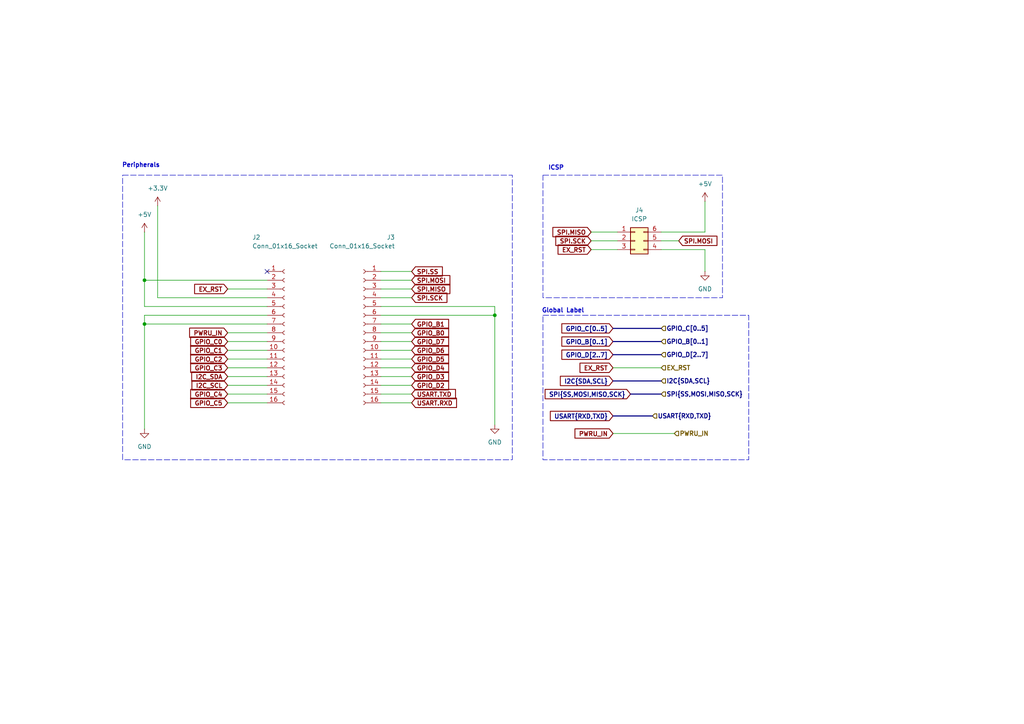
<source format=kicad_sch>
(kicad_sch (version 20231120) (generator "eeschema") (generator_version "8.0")
  (paper "A4")
  (lib_symbols
    (symbol "Connector:Conn_01x16_Socket" (pin_names (offset 1.016) hide)
      (property "Reference" "J" (at 0 20.32 0))
      (property "Value" "Conn_01x16_Socket" (at 0 -22.86 0))
      (symbol "Conn_01x16_Socket_1_1"
        (arc (start 0 -19.812) (mid -0.5058 -20.32) (end 0 -20.828) (stroke (width 0.1524)))
        (arc (start 0 -17.272) (mid -0.5058 -17.78) (end 0 -18.288) (stroke (width 0.1524)))
        (arc (start 0 -14.732) (mid -0.5058 -15.24) (end 0 -15.748) (stroke (width 0.1524)))
        (arc (start 0 -12.192) (mid -0.5058 -12.7) (end 0 -13.208) (stroke (width 0.1524)))
        (arc (start 0 -9.652) (mid -0.5058 -10.16) (end 0 -10.668) (stroke (width 0.1524)))
        (arc (start 0 -7.112) (mid -0.5058 -7.62) (end 0 -8.128) (stroke (width 0.1524)))
        (arc (start 0 -4.572) (mid -0.5058 -5.08) (end 0 -5.588) (stroke (width 0.1524)))
        (arc (start 0 -2.032) (mid -0.5058 -2.54) (end 0 -3.048) (stroke (width 0.1524)))
        (polyline (pts (xy -1.27 -20.32) (xy -0.508 -20.32)) (stroke (width 0.1524)))
        (polyline (pts (xy -1.27 -17.78) (xy -0.508 -17.78)) (stroke (width 0.1524)))
        (polyline (pts (xy -1.27 -15.24) (xy -0.508 -15.24)) (stroke (width 0.1524)))
        (polyline (pts (xy -1.27 -12.7) (xy -0.508 -12.7)) (stroke (width 0.1524)))
        (polyline (pts (xy -1.27 -10.16) (xy -0.508 -10.16)) (stroke (width 0.1524)))
        (polyline (pts (xy -1.27 -7.62) (xy -0.508 -7.62)) (stroke (width 0.1524)))
        (polyline (pts (xy -1.27 -5.08) (xy -0.508 -5.08)) (stroke (width 0.1524)))
        (polyline (pts (xy -1.27 -2.54) (xy -0.508 -2.54)) (stroke (width 0.1524)))
        (polyline (pts (xy -1.27 0) (xy -0.508 0)) (stroke (width 0.1524)))
        (polyline (pts (xy -1.27 2.54) (xy -0.508 2.54)) (stroke (width 0.1524)))
        (polyline (pts (xy -1.27 5.08) (xy -0.508 5.08)) (stroke (width 0.1524)))
        (polyline (pts (xy -1.27 7.62) (xy -0.508 7.62)) (stroke (width 0.1524)))
        (polyline (pts (xy -1.27 10.16) (xy -0.508 10.16)) (stroke (width 0.1524)))
        (polyline (pts (xy -1.27 12.7) (xy -0.508 12.7)) (stroke (width 0.1524)))
        (polyline (pts (xy -1.27 15.24) (xy -0.508 15.24)) (stroke (width 0.1524)))
        (polyline (pts (xy -1.27 17.78) (xy -0.508 17.78)) (stroke (width 0.1524)))
        (arc (start 0 0.508) (mid -0.5058 0) (end 0 -0.508) (stroke (width 0.1524)))
        (arc (start 0 3.048) (mid -0.5058 2.54) (end 0 2.032) (stroke (width 0.1524)))
        (arc (start 0 5.588) (mid -0.5058 5.08) (end 0 4.572) (stroke (width 0.1524)))
        (arc (start 0 8.128) (mid -0.5058 7.62) (end 0 7.112) (stroke (width 0.1524)))
        (arc (start 0 10.668) (mid -0.5058 10.16) (end 0 9.652) (stroke (width 0.1524)))
        (arc (start 0 13.208) (mid -0.5058 12.7) (end 0 12.192) (stroke (width 0.1524)))
        (arc (start 0 15.748) (mid -0.5058 15.24) (end 0 14.732) (stroke (width 0.1524)))
        (arc (start 0 18.288) (mid -0.5058 17.78) (end 0 17.272) (stroke (width 0.1524)))
        (pin passive line (at -5.08 17.78 0) (length 3.81) (name "Pin_1") (number "1"))
        (pin passive line (at -5.08 -5.08 0) (length 3.81) (name "Pin_10") (number "10"))
        (pin passive line (at -5.08 -7.62 0) (length 3.81) (name "Pin_11") (number "11"))
        (pin passive line (at -5.08 -10.16 0) (length 3.81) (name "Pin_12") (number "12"))
        (pin passive line (at -5.08 -12.7 0) (length 3.81) (name "Pin_13") (number "13"))
        (pin passive line (at -5.08 -15.24 0) (length 3.81) (name "Pin_14") (number "14"))
        (pin passive line (at -5.08 -17.78 0) (length 3.81) (name "Pin_15") (number "15"))
        (pin passive line (at -5.08 -20.32 0) (length 3.81) (name "Pin_16") (number "16"))
        (pin passive line (at -5.08 15.24 0) (length 3.81) (name "Pin_2") (number "2"))
        (pin passive line (at -5.08 12.7 0) (length 3.81) (name "Pin_3") (number "3"))
        (pin passive line (at -5.08 10.16 0) (length 3.81) (name "Pin_4") (number "4"))
        (pin passive line (at -5.08 7.62 0) (length 3.81) (name "Pin_5") (number "5"))
        (pin passive line (at -5.08 5.08 0) (length 3.81) (name "Pin_6") (number "6"))
        (pin passive line (at -5.08 2.54 0) (length 3.81) (name "Pin_7") (number "7"))
        (pin passive line (at -5.08 0 0) (length 3.81) (name "Pin_8") (number "8"))
        (pin passive line (at -5.08 -2.54 0) (length 3.81) (name "Pin_9") (number "9"))
      )
    )
    (symbol "Connector_Generic:Conn_02x03_Counter_Clockwise" (pin_names (offset 1.016) hide)
      (property "Reference" "J" (at 1.27 5.08 0))
      (property "Value" "Conn_02x03_Counter_Clockwise" (at 1.27 -5.08 0))
      (symbol "Conn_02x03_Counter_Clockwise_1_1"
        (rectangle (start -1.27 -2.413) (end 0 -2.667) (stroke (width 0.1524)))
        (rectangle (start -1.27 0.127) (end 0 -0.127) (stroke (width 0.1524)))
        (rectangle (start -1.27 2.667) (end 0 2.413) (stroke (width 0.1524)))
        (rectangle (start -1.27 3.81) (end 3.81 -3.81) (stroke (width 0.254)) (fill (type background)))
        (rectangle (start 3.81 -2.413) (end 2.54 -2.667) (stroke (width 0.1524)))
        (rectangle (start 3.81 0.127) (end 2.54 -0.127) (stroke (width 0.1524)))
        (rectangle (start 3.81 2.667) (end 2.54 2.413) (stroke (width 0.1524)))
        (pin passive line (at -5.08 2.54 0) (length 3.81) (name "Pin_1") (number "1"))
        (pin passive line (at -5.08 0 0) (length 3.81) (name "Pin_2") (number "2"))
        (pin passive line (at -5.08 -2.54 0) (length 3.81) (name "Pin_3") (number "3"))
        (pin passive line (at 7.62 -2.54 180) (length 3.81) (name "Pin_4") (number "4"))
        (pin passive line (at 7.62 0 180) (length 3.81) (name "Pin_5") (number "5"))
        (pin passive line (at 7.62 2.54 180) (length 3.81) (name "Pin_6") (number "6"))
      )
    )
    (symbol "power:+3.3V" (power) (pin_numbers hide) (pin_names (offset 0) hide)
      (property "Value" "+3.3V" (at 0 3.556 0))
      (symbol "+3.3V_0_1"
        (polyline (pts (xy -0.762 1.27) (xy 0 2.54)))
        (polyline (pts (xy 0 0) (xy 0 2.54)))
        (polyline (pts (xy 0 2.54) (xy 0.762 1.27)))
      )
      (symbol "+3.3V_1_1"
        (pin power_in line (at 0 0 90) (length 0) (name "~") (number "1"))
      )
    )
    (symbol "power:+5V" (power) (pin_numbers hide) (pin_names (offset 0) hide)
      (property "Value" "+5V" (at 0 3.556 0))
      (symbol "+5V_0_1"
        (polyline (pts (xy -0.762 1.27) (xy 0 2.54)))
        (polyline (pts (xy 0 0) (xy 0 2.54)))
        (polyline (pts (xy 0 2.54) (xy 0.762 1.27)))
      )
      (symbol "+5V_1_1"
        (pin power_in line (at 0 0 90) (length 0) (name "~") (number "1"))
      )
    )
    (symbol "power:GND" (power) (pin_numbers hide) (pin_names (offset 0) hide)
      (property "Value" "GND" (at 0 -3.81 0))
      (symbol "GND_0_1"
        (polyline (pts (xy 0 0) (xy 0 -1.27) (xy 1.27 -1.27) (xy 0 -2.54) (xy -1.27 -1.27) (xy 0 -1.27)))
      )
      (symbol "GND_1_1"
        (pin power_in line (at 0 0 270) (length 0) (name "~") (number "1"))
      )
    )
  )
  (junction (at 41.91 93.98))
  (junction (at 41.91 81.28))
  (junction (at 143.51 91.44))
  (no_connect (at 77.47 78.74))
  (wire (pts (xy 41.91 88.9) (xy 41.91 81.28)))
  (wire (pts (xy 110.49 106.68) (xy 119.38 106.68)))
  (wire (pts (xy 41.91 93.98) (xy 41.91 124.46)))
  (wire (pts (xy 110.49 96.52) (xy 119.38 96.52)))
  (wire (pts (xy 66.04 101.6) (xy 77.47 101.6)))
  (wire (pts (xy 41.91 67.31) (xy 41.91 81.28)))
  (wire (pts (xy 41.91 93.98) (xy 77.47 93.98)))
  (bus (pts (xy 177.8 95.25) (xy 191.77 95.25)))
  (bus (pts (xy 177.8 110.49) (xy 191.77 110.49)))
  (wire (pts (xy 110.49 109.22) (xy 119.38 109.22)))
  (wire (pts (xy 177.8 125.73) (xy 195.58 125.73)))
  (wire (pts (xy 45.72 59.69) (xy 45.72 86.36)))
  (wire (pts (xy 171.45 72.39) (xy 179.07 72.39)))
  (wire (pts (xy 191.77 69.85) (xy 196.85 69.85)))
  (wire (pts (xy 66.04 106.68) (xy 77.47 106.68)))
  (wire (pts (xy 143.51 91.44) (xy 143.51 123.19)))
  (wire (pts (xy 66.04 111.76) (xy 77.47 111.76)))
  (wire (pts (xy 77.47 81.28) (xy 41.91 81.28)))
  (wire (pts (xy 110.49 111.76) (xy 119.38 111.76)))
  (wire (pts (xy 191.77 67.31) (xy 204.47 67.31)))
  (wire (pts (xy 110.49 83.82) (xy 119.38 83.82)))
  (wire (pts (xy 110.49 93.98) (xy 119.38 93.98)))
  (wire (pts (xy 204.47 72.39) (xy 204.47 78.74)))
  (bus (pts (xy 177.8 120.65) (xy 189.23 120.65)))
  (wire (pts (xy 110.49 101.6) (xy 119.38 101.6)))
  (wire (pts (xy 110.49 78.74) (xy 119.38 78.74)))
  (wire (pts (xy 110.49 86.36) (xy 119.38 86.36)))
  (wire (pts (xy 41.91 91.44) (xy 41.91 93.98)))
  (wire (pts (xy 110.49 116.84) (xy 119.38 116.84)))
  (wire (pts (xy 66.04 83.82) (xy 77.47 83.82)))
  (wire (pts (xy 66.04 109.22) (xy 77.47 109.22)))
  (wire (pts (xy 77.47 91.44) (xy 41.91 91.44)))
  (wire (pts (xy 77.47 88.9) (xy 41.91 88.9)))
  (wire (pts (xy 110.49 91.44) (xy 143.51 91.44)))
  (wire (pts (xy 177.8 106.68) (xy 191.77 106.68)))
  (wire (pts (xy 204.47 58.42) (xy 204.47 67.31)))
  (wire (pts (xy 66.04 96.52) (xy 77.47 96.52)))
  (bus (pts (xy 182.88 114.3) (xy 191.77 114.3)))
  (wire (pts (xy 110.49 104.14) (xy 119.38 104.14)))
  (wire (pts (xy 110.49 99.06) (xy 119.38 99.06)))
  (bus (pts (xy 177.8 102.87) (xy 191.77 102.87)))
  (wire (pts (xy 110.49 114.3) (xy 119.38 114.3)))
  (wire (pts (xy 66.04 116.84) (xy 77.47 116.84)))
  (wire (pts (xy 143.51 88.9) (xy 143.51 91.44)))
  (wire (pts (xy 66.04 104.14) (xy 77.47 104.14)))
  (wire (pts (xy 66.04 99.06) (xy 77.47 99.06)))
  (bus (pts (xy 177.8 99.06) (xy 191.77 99.06)))
  (wire (pts (xy 110.49 88.9) (xy 143.51 88.9)))
  (wire (pts (xy 77.47 86.36) (xy 45.72 86.36)))
  (wire (pts (xy 66.04 114.3) (xy 77.47 114.3)))
  (wire (pts (xy 171.45 69.85) (xy 179.07 69.85)))
  (wire (pts (xy 171.45 67.31) (xy 179.07 67.31)))
  (wire (pts (xy 110.49 81.28) (xy 119.38 81.28)))
  (wire (pts (xy 191.77 72.39) (xy 204.47 72.39)))
  (rectangle (start 157.48 50.8) (end 209.55 86.36) (stroke (width 0) (type dash)))
  (rectangle (start 157.48 91.44) (end 217.17 133.35) (stroke (width 0) (type dash)))
  (rectangle (start 209.55 86.36) (end 209.55 86.36))
  (rectangle (start 35.56 50.8) (end 148.59 133.35) (stroke (width 0) (type dash)))
  (text "ICSP\n" (at 161.29 48.768 0) (effects (font (size 1.27 1.27) (thickness 0.254) (bold yes))))
  (text "Global Label" (at 163.322 90.17 0) (effects (font (size 1.27 1.27) (thickness 0.254) (bold yes))))
  (text "Peripherals\n" (at 40.894 48.006 0) (effects (font (size 1.27 1.27) (thickness 0.254) (bold yes))))
  (global_label "EX_RST" (shape input) (at 171.45 72.39 180) (effects (font (thickness 0.254) (bold yes))) (property "Intersheetrefs" "${INTERSHEET_REFS}" (effects (hide yes))))
  (global_label "GPIO_C[0..5]" (shape input) (at 177.8 95.25 180) (effects (font (thickness 0.254) (bold yes))) (property "Intersheetrefs" "${INTERSHEET_REFS}" (effects (hide yes))))
  (global_label "GPIO_C0" (shape input) (at 66.04 99.06 180) (effects (font (thickness 0.254) (bold yes))) (property "Intersheetrefs" "${INTERSHEET_REFS}" (effects (hide yes))))
  (global_label "PWRU_IN" (shape input) (at 66.04 96.52 180) (effects (font (thickness 0.254) (bold yes))) (property "Intersheetrefs" "${INTERSHEET_REFS}" (effects (hide yes))))
  (global_label "I2C{SDA,SCL}" (shape input) (at 177.8 110.49 180) (effects (font (thickness 0.254) (bold yes))) (property "Intersheetrefs" "${INTERSHEET_REFS}" (effects (hide yes))))
  (global_label "EX_RST" (shape input) (at 177.8 106.68 180) (effects (font (thickness 0.254) (bold yes))) (property "Intersheetrefs" "${INTERSHEET_REFS}" (effects (hide yes))))
  (global_label "GPIO_B0" (shape input) (at 119.38 96.52 0) (effects (font (thickness 0.254) (bold yes))) (property "Intersheetrefs" "${INTERSHEET_REFS}" (effects (hide yes))))
  (global_label "I2C_SCL" (shape input) (at 66.04 111.76 180) (effects (font (thickness 0.254) (bold yes))) (property "Intersheetrefs" "${INTERSHEET_REFS}" (effects (hide yes))))
  (global_label "USART.TXD" (shape input) (at 119.38 114.3 0) (effects (font (thickness 0.254) (bold yes))) (property "Intersheetrefs" "${INTERSHEET_REFS}" (effects (hide yes))))
  (global_label "GPIO_D6" (shape input) (at 119.38 101.6 0) (effects (font (thickness 0.254) (bold yes))) (property "Intersheetrefs" "${INTERSHEET_REFS}" (effects (hide yes))))
  (global_label "SPI.SCK" (shape input) (at 171.45 69.85 180) (effects (font (thickness 0.254) (bold yes))) (property "Intersheetrefs" "${INTERSHEET_REFS}" (effects (hide yes))))
  (global_label "PWRU_IN" (shape input) (at 177.8 125.73 180) (effects (font (thickness 0.254) (bold yes))) (property "Intersheetrefs" "${INTERSHEET_REFS}" (effects (hide yes))))
  (global_label "SPI.MOSI" (shape input) (at 196.85 69.85 0) (effects (font (thickness 0.254) (bold yes))) (property "Intersheetrefs" "${INTERSHEET_REFS}" (effects (hide yes))))
  (global_label "GPIO_C5" (shape input) (at 66.04 116.84 180) (effects (font (thickness 0.254) (bold yes))) (property "Intersheetrefs" "${INTERSHEET_REFS}" (effects (hide yes))))
  (global_label "SPI{SS,MOSI,MISO,SCK}" (shape input) (at 182.88 114.3 180) (effects (font (thickness 0.254) (bold yes))) (property "Intersheetrefs" "${INTERSHEET_REFS}" (effects (hide yes))))
  (global_label "GPIO_C2" (shape input) (at 66.04 104.14 180) (effects (font (thickness 0.254) (bold yes))) (property "Intersheetrefs" "${INTERSHEET_REFS}" (effects (hide yes))))
  (global_label "USART.RXD" (shape input) (at 119.38 116.84 0) (effects (font (thickness 0.254) (bold yes))) (property "Intersheetrefs" "${INTERSHEET_REFS}" (effects (hide yes))))
  (global_label "SPI.MOSI" (shape input) (at 119.38 81.28 0) (effects (font (thickness 0.254) (bold yes))) (property "Intersheetrefs" "${INTERSHEET_REFS}" (effects (hide yes))))
  (global_label "GPIO_B1" (shape input) (at 119.38 93.98 0) (effects (font (thickness 0.254) (bold yes))) (property "Intersheetrefs" "${INTERSHEET_REFS}" (effects (hide yes))))
  (global_label "GPIO_C4" (shape input) (at 66.04 114.3 180) (effects (font (thickness 0.254) (bold yes))) (property "Intersheetrefs" "${INTERSHEET_REFS}" (effects (hide yes))))
  (global_label "SPI.MISO" (shape input) (at 119.38 83.82 0) (effects (font (thickness 0.254) (bold yes))) (property "Intersheetrefs" "${INTERSHEET_REFS}" (effects (hide yes))))
  (global_label "USART{RXD,TXD}" (shape input) (at 177.8 120.65 180) (effects (font (thickness 0.254) (bold yes))) (property "Intersheetrefs" "${INTERSHEET_REFS}" (effects (hide yes))))
  (global_label "SPI.MISO" (shape input) (at 171.45 67.31 180) (effects (font (thickness 0.254) (bold yes))) (property "Intersheetrefs" "${INTERSHEET_REFS}" (effects (hide yes))))
  (global_label "EX_RST" (shape input) (at 66.04 83.82 180) (effects (font (thickness 0.254) (bold yes))) (property "Intersheetrefs" "${INTERSHEET_REFS}" (effects (hide yes))))
  (global_label "SPI.SS" (shape input) (at 119.38 78.74 0) (effects (font (thickness 0.254) (bold yes))) (property "Intersheetrefs" "${INTERSHEET_REFS}" (effects (hide yes))))
  (global_label "GPIO_C3" (shape input) (at 66.04 106.68 180) (effects (font (thickness 0.254) (bold yes))) (property "Intersheetrefs" "${INTERSHEET_REFS}" (effects (hide yes))))
  (global_label "GPIO_D7" (shape input) (at 119.38 99.06 0) (effects (font (thickness 0.254) (bold yes))) (property "Intersheetrefs" "${INTERSHEET_REFS}" (effects (hide yes))))
  (global_label "GPIO_D[2..7]" (shape input) (at 177.8 102.87 180) (effects (font (thickness 0.254) (bold yes))) (property "Intersheetrefs" "${INTERSHEET_REFS}" (effects (hide yes))))
  (global_label "GPIO_C1" (shape input) (at 66.04 101.6 180) (effects (font (thickness 0.254) (bold yes))) (property "Intersheetrefs" "${INTERSHEET_REFS}" (effects (hide yes))))
  (global_label "GPIO_D3" (shape input) (at 119.38 109.22 0) (effects (font (thickness 0.254) (bold yes))) (property "Intersheetrefs" "${INTERSHEET_REFS}" (effects (hide yes))))
  (global_label "SPI.SCK" (shape input) (at 119.38 86.36 0) (effects (font (thickness 0.254) (bold yes))) (property "Intersheetrefs" "${INTERSHEET_REFS}" (effects (hide yes))))
  (global_label "GPIO_D4" (shape input) (at 119.38 106.68 0) (effects (font (thickness 0.254) (bold yes))) (property "Intersheetrefs" "${INTERSHEET_REFS}" (effects (hide yes))))
  (global_label "GPIO_B[0..1]" (shape input) (at 177.8 99.06 180) (effects (font (thickness 0.254) (bold yes))) (property "Intersheetrefs" "${INTERSHEET_REFS}" (effects (hide yes))))
  (global_label "GPIO_D2" (shape input) (at 119.38 111.76 0) (effects (font (thickness 0.254) (bold yes))) (property "Intersheetrefs" "${INTERSHEET_REFS}" (effects (hide yes))))
  (global_label "GPIO_D5" (shape input) (at 119.38 104.14 0) (effects (font (thickness 0.254) (bold yes))) (property "Intersheetrefs" "${INTERSHEET_REFS}" (effects (hide yes))))
  (global_label "I2C_SDA" (shape input) (at 66.04 109.22 180) (effects (font (thickness 0.254) (bold yes))) (property "Intersheetrefs" "${INTERSHEET_REFS}" (effects (hide yes))))
  (hierarchical_label "SPI{SS,MOSI,MISO,SCK}" (shape input) (at 191.77 114.3 0) (effects (font (thickness 0.254) (bold yes))))
  (hierarchical_label "EX_RST" (shape input) (at 191.77 106.68 0) (effects (font (thickness 0.254) (bold yes))))
  (hierarchical_label "PWRU_IN" (shape input) (at 195.58 125.73 0) (effects (font (thickness 0.254) (bold yes))))
  (hierarchical_label "GPIO_B[0..1]" (shape input) (at 191.77 99.06 0) (effects (font (thickness 0.254) (bold yes))))
  (hierarchical_label "GPIO_C[0..5]" (shape input) (at 191.77 95.25 0) (effects (font (thickness 0.254) (bold yes))))
  (hierarchical_label "USART{RXD,TXD}" (shape input) (at 189.23 120.65 0) (effects (font (thickness 0.254) (bold yes))))
  (hierarchical_label "GPIO_D[2..7]" (shape input) (at 191.77 102.87 0) (effects (font (thickness 0.254) (bold yes))))
  (hierarchical_label "I2C{SDA,SCL}" (shape input) (at 191.77 110.49 0) (effects (font (thickness 0.254) (bold yes))))
  (symbol (lib_id "power:GND") (at 204.47 78.74 0) (unit 1)
    (property "Reference" "#PWR042" (effects (hide yes)))
    (property "Value" "GND" (at 204.47 83.82 0))
    (property "Description" "Power symbol creates a global label with name \"GND\" , ground" (effects (hide yes)))
  )
  (symbol (lib_id "Connector:Conn_01x16_Socket") (at 82.55 96.52 0) (unit 1)
    (property "Reference" "J2" (at 73.152 68.834 0) (effects (justify left)))
    (property "Value" "Conn_01x16_Socket" (at 73.152 71.374 0) (effects (justify left)))
    (property "Footprint" "Connector_PinHeader_2.54mm:PinHeader_1x16_P2.54mm_Vertical" (effects (hide yes)))
    (property "Description" "Generic connector, single row, 01x16, script generated" (effects (hide yes)))
  )
  (symbol (lib_id "Connector:Conn_01x16_Socket") (at 105.41 96.52 0) (mirror y) (unit 1)
    (property "Reference" "J3" (at 114.554 68.834 0) (effects (justify left)))
    (property "Value" "Conn_01x16_Socket" (at 114.554 71.374 0) (effects (justify left)))
    (property "Footprint" "Connector_PinHeader_2.54mm:PinHeader_1x16_P2.54mm_Vertical" (effects (hide yes)))
    (property "Description" "Generic connector, single row, 01x16, script generated" (effects (hide yes)))
  )
  (symbol (lib_id "power:+5V") (at 41.91 67.31 0) (unit 1)
    (property "Reference" "#PWR037" (effects (hide yes)))
    (property "Value" "+5V" (at 41.91 62.23 0))
    (property "Description" "Power symbol creates a global label with name \"+5V\"" (effects (hide yes)))
  )
  (symbol (lib_id "power:GND") (at 41.91 124.46 0) (unit 1)
    (property "Reference" "#PWR038" (effects (hide yes)))
    (property "Value" "GND" (at 41.91 129.54 0))
    (property "Description" "Power symbol creates a global label with name \"GND\" , ground" (effects (hide yes)))
  )
  (symbol (lib_id "Connector_Generic:Conn_02x03_Counter_Clockwise") (at 184.15 69.85 0) (unit 1)
    (property "Reference" "J4" (at 185.42 60.96 0))
    (property "Value" "ICSP" (at 185.42 63.5 0))
    (property "Footprint" "Connector_PinSocket_2.54mm:PinSocket_2x03_P2.54mm_Vertical" (effects (hide yes)))
    (property "Description" "Generic connector, double row, 02x03, counter clockwise pin numbering scheme (similar to DIP package numbering), script generated (kicad-library-utils/schlib/autogen/connector/)" (effects (hide yes)))
  )
  (symbol (lib_id "power:+3.3V") (at 45.72 59.69 0) (unit 1)
    (property "Reference" "#PWR039" (effects (hide yes)))
    (property "Value" "+3.3V" (at 45.72 54.61 0))
    (property "Description" "Power symbol creates a global label with name \"+3.3V\"" (effects (hide yes)))
  )
  (symbol (lib_id "power:GND") (at 143.51 123.19 0) (unit 1)
    (property "Reference" "#PWR040" (effects (hide yes)))
    (property "Value" "GND" (at 143.51 128.27 0))
    (property "Description" "Power symbol creates a global label with name \"GND\" , ground" (effects (hide yes)))
  )
  (symbol (lib_id "power:+5V") (at 204.47 58.42 0) (unit 1)
    (property "Reference" "#PWR041" (effects (hide yes)))
    (property "Value" "+5V" (at 204.47 53.34 0))
    (property "Description" "Power symbol creates a global label with name \"+5V\"" (effects (hide yes)))
  )
)
</source>
